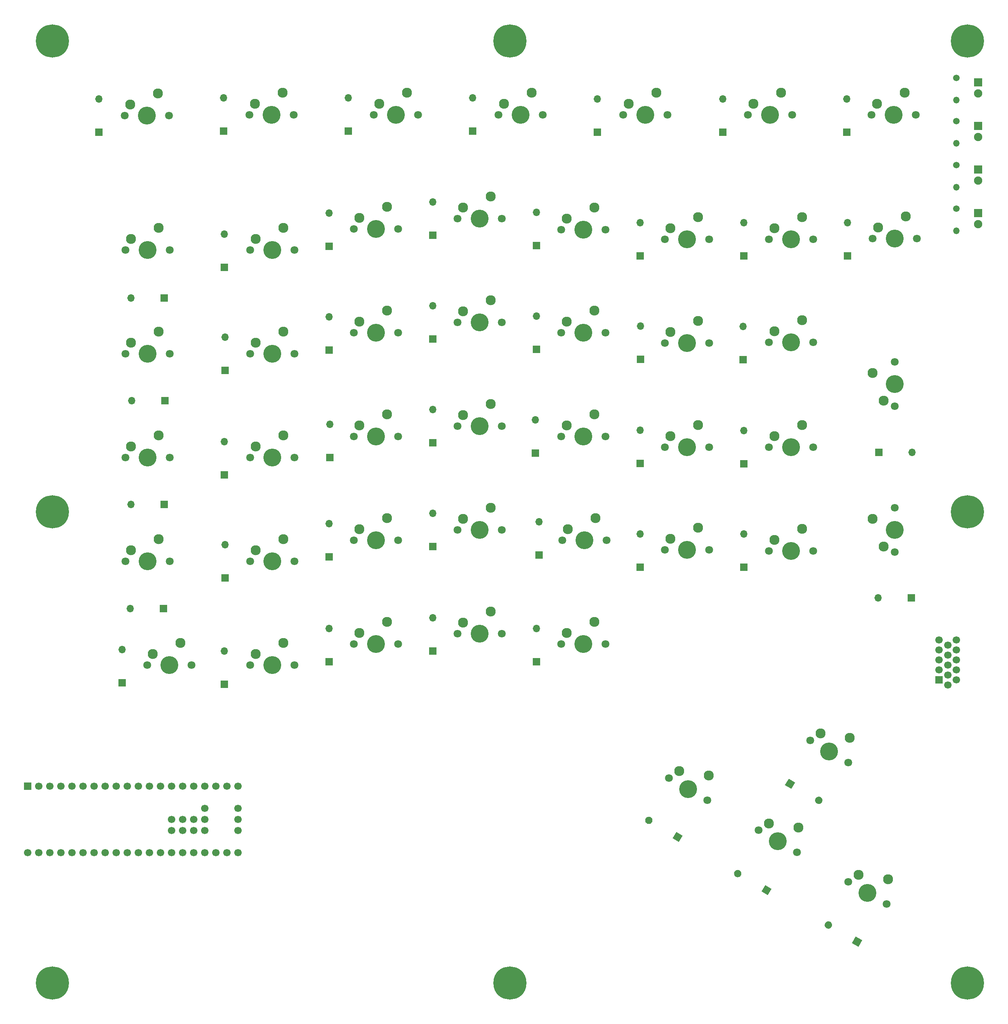
<source format=gbr>
%TF.GenerationSoftware,KiCad,Pcbnew,5.1.6-c6e7f7d~87~ubuntu20.04.1*%
%TF.CreationDate,2020-09-08T11:47:55+02:00*%
%TF.ProjectId,pcb-flat-left,7063622d-666c-4617-942d-6c6566742e6b,rev?*%
%TF.SameCoordinates,Original*%
%TF.FileFunction,Soldermask,Top*%
%TF.FilePolarity,Negative*%
%FSLAX46Y46*%
G04 Gerber Fmt 4.6, Leading zero omitted, Abs format (unit mm)*
G04 Created by KiCad (PCBNEW 5.1.6-c6e7f7d~87~ubuntu20.04.1) date 2020-09-08 11:47:55*
%MOMM*%
%LPD*%
G01*
G04 APERTURE LIST*
%ADD10C,7.600000*%
%ADD11R,1.700000X1.700000*%
%ADD12O,1.700000X1.700000*%
%ADD13C,0.100000*%
%ADD14C,1.500000*%
%ADD15O,1.500000X1.500000*%
%ADD16C,1.800000*%
%ADD17C,4.100000*%
%ADD18C,2.300000*%
%ADD19O,1.900000X1.900000*%
%ADD20R,1.900000X1.900000*%
%ADD21C,1.700000*%
G04 APERTURE END LIST*
D10*
%TO.C,H3*%
X237500000Y-50500000D03*
%TD*%
%TO.C,H8*%
X237500000Y-266500000D03*
%TD*%
%TO.C,H7*%
X132500000Y-266500000D03*
%TD*%
%TO.C,H6*%
X27500000Y-266500000D03*
%TD*%
%TO.C,H5*%
X237500000Y-158500000D03*
%TD*%
%TO.C,H4*%
X27500000Y-158500000D03*
%TD*%
%TO.C,H2*%
X132500000Y-50500000D03*
%TD*%
D11*
%TO.C,D1*%
X38200000Y-71400000D03*
D12*
X38200000Y-63780000D03*
%TD*%
D11*
%TO.C,D2*%
X53200000Y-109400000D03*
D12*
X45580000Y-109400000D03*
%TD*%
D11*
%TO.C,D3*%
X53400000Y-133000000D03*
D12*
X45780000Y-133000000D03*
%TD*%
D11*
%TO.C,D4*%
X53200000Y-156800000D03*
D12*
X45580000Y-156800000D03*
%TD*%
D11*
%TO.C,D5*%
X53000000Y-180600000D03*
D12*
X45380000Y-180600000D03*
%TD*%
%TO.C,D6*%
X43500000Y-190000000D03*
D11*
X43500000Y-197620000D03*
%TD*%
D12*
%TO.C,D7*%
X66800000Y-63580000D03*
D11*
X66800000Y-71200000D03*
%TD*%
D12*
%TO.C,D8*%
X67000000Y-94780000D03*
D11*
X67000000Y-102400000D03*
%TD*%
D12*
%TO.C,D9*%
X67200000Y-118400000D03*
D11*
X67200000Y-126020000D03*
%TD*%
D12*
%TO.C,D10*%
X67000000Y-142380000D03*
D11*
X67000000Y-150000000D03*
%TD*%
D12*
%TO.C,D11*%
X67200000Y-165980000D03*
D11*
X67200000Y-173600000D03*
%TD*%
D12*
%TO.C,D12*%
X67000000Y-190380000D03*
D11*
X67000000Y-198000000D03*
%TD*%
%TO.C,D14*%
X95400000Y-71200000D03*
D12*
X95400000Y-63580000D03*
%TD*%
%TO.C,D15*%
X91000000Y-89980000D03*
D11*
X91000000Y-97600000D03*
%TD*%
%TO.C,D16*%
X91000000Y-121400000D03*
D12*
X91000000Y-113780000D03*
%TD*%
D11*
%TO.C,D17*%
X91000000Y-168800000D03*
D12*
X91000000Y-161180000D03*
%TD*%
%TO.C,D18*%
X91200000Y-138400000D03*
D11*
X91200000Y-146020000D03*
%TD*%
D12*
%TO.C,D19*%
X91000000Y-185180000D03*
D11*
X91000000Y-192800000D03*
%TD*%
D12*
%TO.C,D20*%
X124000000Y-63580000D03*
D11*
X124000000Y-71200000D03*
%TD*%
%TO.C,D21*%
X114800000Y-95020000D03*
D12*
X114800000Y-87400000D03*
%TD*%
D11*
%TO.C,D22*%
X114800000Y-118800000D03*
D12*
X114800000Y-111180000D03*
%TD*%
%TO.C,D23*%
X114800000Y-134980000D03*
D11*
X114800000Y-142600000D03*
%TD*%
%TO.C,D24*%
X114800000Y-166400000D03*
D12*
X114800000Y-158780000D03*
%TD*%
%TO.C,D25*%
X114800000Y-182780000D03*
D11*
X114800000Y-190400000D03*
%TD*%
%TO.C,D26*%
X152600000Y-71400000D03*
D12*
X152600000Y-63780000D03*
%TD*%
D11*
%TO.C,D27*%
X138600000Y-121200000D03*
D12*
X138600000Y-113580000D03*
%TD*%
%TO.C,D28*%
X138600000Y-89780000D03*
D11*
X138600000Y-97400000D03*
%TD*%
%TO.C,D29*%
X138400000Y-145000000D03*
D12*
X138400000Y-137380000D03*
%TD*%
%TO.C,D30*%
X139200000Y-160780000D03*
D11*
X139200000Y-168400000D03*
%TD*%
%TO.C,D31*%
X138600000Y-192820000D03*
D12*
X138600000Y-185200000D03*
%TD*%
%TO.C,D32*%
X181400000Y-63780000D03*
D11*
X181400000Y-71400000D03*
%TD*%
%TO.C,D33*%
X162400000Y-99800000D03*
D12*
X162400000Y-92180000D03*
%TD*%
%TO.C,D34*%
X162500000Y-115880000D03*
D11*
X162500000Y-123500000D03*
%TD*%
%TO.C,D35*%
X162400000Y-147400000D03*
D12*
X162400000Y-139780000D03*
%TD*%
%TO.C,D36*%
X162400000Y-163580000D03*
D11*
X162400000Y-171200000D03*
%TD*%
%TO.C,D37*%
X209800000Y-71400000D03*
D12*
X209800000Y-63780000D03*
%TD*%
%TO.C,D38*%
X186200000Y-92180000D03*
D11*
X186200000Y-99800000D03*
%TD*%
%TO.C,D39*%
X186200000Y-171200000D03*
D12*
X186200000Y-163580000D03*
%TD*%
D11*
%TO.C,D40*%
X186000000Y-123600000D03*
D12*
X186000000Y-115980000D03*
%TD*%
%TO.C,D41*%
X186200000Y-139800000D03*
D11*
X186200000Y-147420000D03*
%TD*%
D12*
%TO.C,D42*%
X210000000Y-92180000D03*
D11*
X210000000Y-99800000D03*
%TD*%
%TO.C,D43*%
X217200000Y-144800000D03*
D12*
X224820000Y-144800000D03*
%TD*%
%TO.C,D44*%
X217000000Y-178200000D03*
D11*
X224620000Y-178200000D03*
%TD*%
%TO.C,D45*%
G36*
G01*
X165136008Y-229625000D02*
X165136008Y-229625000D01*
G75*
G02*
X163974886Y-229936122I-736122J425000D01*
G01*
X163974886Y-229936122D01*
G75*
G02*
X163663764Y-228775000I425000J736122D01*
G01*
X163663764Y-228775000D01*
G75*
G02*
X164824886Y-228463878I736122J-425000D01*
G01*
X164824886Y-228463878D01*
G75*
G02*
X165136008Y-229625000I-425000J-736122D01*
G01*
G37*
D13*
G36*
X172160122Y-232698878D02*
G01*
X171310122Y-234171122D01*
X169837878Y-233321122D01*
X170687878Y-231848878D01*
X172160122Y-232698878D01*
G37*
%TD*%
%TO.C,D46*%
G36*
X195638878Y-221111122D02*
G01*
X196488878Y-219638878D01*
X197961122Y-220488878D01*
X197111122Y-221961122D01*
X195638878Y-221111122D01*
G37*
G36*
G01*
X202662992Y-224185000D02*
X202662992Y-224185000D01*
G75*
G02*
X203824114Y-223873878I736122J-425000D01*
G01*
X203824114Y-223873878D01*
G75*
G02*
X204135236Y-225035000I-425000J-736122D01*
G01*
X204135236Y-225035000D01*
G75*
G02*
X202974114Y-225346122I-736122J425000D01*
G01*
X202974114Y-225346122D01*
G75*
G02*
X202662992Y-224185000I425000J736122D01*
G01*
G37*
%TD*%
%TO.C,D47*%
G36*
X192560122Y-244898878D02*
G01*
X191710122Y-246371122D01*
X190237878Y-245521122D01*
X191087878Y-244048878D01*
X192560122Y-244898878D01*
G37*
G36*
G01*
X185536008Y-241825000D02*
X185536008Y-241825000D01*
G75*
G02*
X184374886Y-242136122I-736122J425000D01*
G01*
X184374886Y-242136122D01*
G75*
G02*
X184063764Y-240975000I425000J736122D01*
G01*
X184063764Y-240975000D01*
G75*
G02*
X185224886Y-240663878I736122J-425000D01*
G01*
X185224886Y-240663878D01*
G75*
G02*
X185536008Y-241825000I-425000J-736122D01*
G01*
G37*
%TD*%
%TO.C,D48*%
G36*
G01*
X206337008Y-253615000D02*
X206337008Y-253615000D01*
G75*
G02*
X205175886Y-253926122I-736122J425000D01*
G01*
X205175886Y-253926122D01*
G75*
G02*
X204864764Y-252765000I425000J736122D01*
G01*
X204864764Y-252765000D01*
G75*
G02*
X206025886Y-252453878I736122J-425000D01*
G01*
X206025886Y-252453878D01*
G75*
G02*
X206337008Y-253615000I-425000J-736122D01*
G01*
G37*
G36*
X213361122Y-256688878D02*
G01*
X212511122Y-258161122D01*
X211038878Y-257311122D01*
X211888878Y-255838878D01*
X213361122Y-256688878D01*
G37*
%TD*%
D14*
%TO.C,R1*%
X235000000Y-59000000D03*
D15*
X235000000Y-64080000D03*
%TD*%
%TO.C,R2*%
X235000000Y-74000000D03*
D14*
X235000000Y-68920000D03*
%TD*%
D15*
%TO.C,R3*%
X235000000Y-94000000D03*
D14*
X235000000Y-88920000D03*
%TD*%
D16*
%TO.C,SW1*%
X54280000Y-67600000D03*
X44120000Y-67600000D03*
D17*
X49200000Y-67600000D03*
D18*
X45390000Y-65060000D03*
X51740000Y-62520000D03*
%TD*%
%TO.C,SW2*%
X51940000Y-93320000D03*
X45590000Y-95860000D03*
D17*
X49400000Y-98400000D03*
D16*
X44320000Y-98400000D03*
X54480000Y-98400000D03*
%TD*%
D18*
%TO.C,SW3*%
X51940000Y-117120000D03*
X45590000Y-119660000D03*
D17*
X49400000Y-122200000D03*
D16*
X44320000Y-122200000D03*
X54480000Y-122200000D03*
%TD*%
%TO.C,SW4*%
X54480000Y-169800000D03*
X44320000Y-169800000D03*
D17*
X49400000Y-169800000D03*
D18*
X45590000Y-167260000D03*
X51940000Y-164720000D03*
%TD*%
D16*
%TO.C,SW5*%
X54480000Y-146000000D03*
X44320000Y-146000000D03*
D17*
X49400000Y-146000000D03*
D18*
X45590000Y-143460000D03*
X51940000Y-140920000D03*
%TD*%
%TO.C,SW6*%
X56940000Y-188520000D03*
X50590000Y-191060000D03*
D17*
X54400000Y-193600000D03*
D16*
X49320000Y-193600000D03*
X59480000Y-193600000D03*
%TD*%
D18*
%TO.C,SW7*%
X80340000Y-62320000D03*
X73990000Y-64860000D03*
D17*
X77800000Y-67400000D03*
D16*
X72720000Y-67400000D03*
X82880000Y-67400000D03*
%TD*%
D18*
%TO.C,SW8*%
X80540000Y-93320000D03*
X74190000Y-95860000D03*
D17*
X78000000Y-98400000D03*
D16*
X72920000Y-98400000D03*
X83080000Y-98400000D03*
%TD*%
%TO.C,SW9*%
X83080000Y-122200000D03*
X72920000Y-122200000D03*
D17*
X78000000Y-122200000D03*
D18*
X74190000Y-119660000D03*
X80540000Y-117120000D03*
%TD*%
%TO.C,SW10*%
X80540000Y-164720000D03*
X74190000Y-167260000D03*
D17*
X78000000Y-169800000D03*
D16*
X72920000Y-169800000D03*
X83080000Y-169800000D03*
%TD*%
D18*
%TO.C,SW11*%
X80540000Y-140920000D03*
X74190000Y-143460000D03*
D17*
X78000000Y-146000000D03*
D16*
X72920000Y-146000000D03*
X83080000Y-146000000D03*
%TD*%
%TO.C,SW12*%
X83080000Y-193600000D03*
X72920000Y-193600000D03*
D17*
X78000000Y-193600000D03*
D18*
X74190000Y-191060000D03*
X80540000Y-188520000D03*
%TD*%
D16*
%TO.C,SW13*%
X111480000Y-67400000D03*
X101320000Y-67400000D03*
D17*
X106400000Y-67400000D03*
D18*
X102590000Y-64860000D03*
X108940000Y-62320000D03*
%TD*%
D16*
%TO.C,SW14*%
X106880000Y-93600000D03*
X96720000Y-93600000D03*
D17*
X101800000Y-93600000D03*
D18*
X97990000Y-91060000D03*
X104340000Y-88520000D03*
%TD*%
%TO.C,SW15*%
X104340000Y-112320000D03*
X97990000Y-114860000D03*
D17*
X101800000Y-117400000D03*
D16*
X96720000Y-117400000D03*
X106880000Y-117400000D03*
%TD*%
%TO.C,SW16*%
X106880000Y-165000000D03*
X96720000Y-165000000D03*
D17*
X101800000Y-165000000D03*
D18*
X97990000Y-162460000D03*
X104340000Y-159920000D03*
%TD*%
D16*
%TO.C,SW17*%
X106880000Y-141200000D03*
X96720000Y-141200000D03*
D17*
X101800000Y-141200000D03*
D18*
X97990000Y-138660000D03*
X104340000Y-136120000D03*
%TD*%
%TO.C,SW18*%
X104340000Y-183720000D03*
X97990000Y-186260000D03*
D17*
X101800000Y-188800000D03*
D16*
X96720000Y-188800000D03*
X106880000Y-188800000D03*
%TD*%
D18*
%TO.C,SW19*%
X137540000Y-62320000D03*
X131190000Y-64860000D03*
D17*
X135000000Y-67400000D03*
D16*
X129920000Y-67400000D03*
X140080000Y-67400000D03*
%TD*%
D18*
%TO.C,SW20*%
X128140000Y-86120000D03*
X121790000Y-88660000D03*
D17*
X125600000Y-91200000D03*
D16*
X120520000Y-91200000D03*
X130680000Y-91200000D03*
%TD*%
%TO.C,SW21*%
X130680000Y-115000000D03*
X120520000Y-115000000D03*
D17*
X125600000Y-115000000D03*
D18*
X121790000Y-112460000D03*
X128140000Y-109920000D03*
%TD*%
%TO.C,SW22*%
X128140000Y-157520000D03*
X121790000Y-160060000D03*
D17*
X125600000Y-162600000D03*
D16*
X120520000Y-162600000D03*
X130680000Y-162600000D03*
%TD*%
D18*
%TO.C,SW23*%
X128140000Y-133720000D03*
X121790000Y-136260000D03*
D17*
X125600000Y-138800000D03*
D16*
X120520000Y-138800000D03*
X130680000Y-138800000D03*
%TD*%
%TO.C,SW24*%
X130680000Y-186400000D03*
X120520000Y-186400000D03*
D17*
X125600000Y-186400000D03*
D18*
X121790000Y-183860000D03*
X128140000Y-181320000D03*
%TD*%
D16*
%TO.C,SW25*%
X168680000Y-67400000D03*
X158520000Y-67400000D03*
D17*
X163600000Y-67400000D03*
D18*
X159790000Y-64860000D03*
X166140000Y-62320000D03*
%TD*%
%TO.C,SW26*%
X151940000Y-88720000D03*
X145590000Y-91260000D03*
D17*
X149400000Y-93800000D03*
D16*
X144320000Y-93800000D03*
X154480000Y-93800000D03*
%TD*%
D18*
%TO.C,SW27*%
X151940000Y-112320000D03*
X145590000Y-114860000D03*
D17*
X149400000Y-117400000D03*
D16*
X144320000Y-117400000D03*
X154480000Y-117400000D03*
%TD*%
D18*
%TO.C,SW28*%
X152140000Y-159920000D03*
X145790000Y-162460000D03*
D17*
X149600000Y-165000000D03*
D16*
X144520000Y-165000000D03*
X154680000Y-165000000D03*
%TD*%
%TO.C,SW29*%
X154480000Y-141200000D03*
X144320000Y-141200000D03*
D17*
X149400000Y-141200000D03*
D18*
X145590000Y-138660000D03*
X151940000Y-136120000D03*
%TD*%
%TO.C,SW30*%
X151940000Y-183720000D03*
X145590000Y-186260000D03*
D17*
X149400000Y-188800000D03*
D16*
X144320000Y-188800000D03*
X154480000Y-188800000D03*
%TD*%
D18*
%TO.C,SW31*%
X194740000Y-62320000D03*
X188390000Y-64860000D03*
D17*
X192200000Y-67400000D03*
D16*
X187120000Y-67400000D03*
X197280000Y-67400000D03*
%TD*%
D18*
%TO.C,SW32*%
X175740000Y-90920000D03*
X169390000Y-93460000D03*
D17*
X173200000Y-96000000D03*
D16*
X168120000Y-96000000D03*
X178280000Y-96000000D03*
%TD*%
%TO.C,SW33*%
X178280000Y-119800000D03*
X168120000Y-119800000D03*
D17*
X173200000Y-119800000D03*
D18*
X169390000Y-117260000D03*
X175740000Y-114720000D03*
%TD*%
%TO.C,SW34*%
X175740000Y-162120000D03*
X169390000Y-164660000D03*
D17*
X173200000Y-167200000D03*
D16*
X168120000Y-167200000D03*
X178280000Y-167200000D03*
%TD*%
D18*
%TO.C,SW35*%
X175740000Y-138520000D03*
X169390000Y-141060000D03*
D17*
X173200000Y-143600000D03*
D16*
X168120000Y-143600000D03*
X178280000Y-143600000D03*
%TD*%
%TO.C,SW36*%
X225680000Y-67400000D03*
X215520000Y-67400000D03*
D17*
X220600000Y-67400000D03*
D18*
X216790000Y-64860000D03*
X223140000Y-62320000D03*
%TD*%
D16*
%TO.C,SW37*%
X202080000Y-96000000D03*
X191920000Y-96000000D03*
D17*
X197000000Y-96000000D03*
D18*
X193190000Y-93460000D03*
X199540000Y-90920000D03*
%TD*%
D16*
%TO.C,SW38*%
X202080000Y-119600000D03*
X191920000Y-119600000D03*
D17*
X197000000Y-119600000D03*
D18*
X193190000Y-117060000D03*
X199540000Y-114520000D03*
%TD*%
D16*
%TO.C,SW39*%
X202080000Y-167400000D03*
X191920000Y-167400000D03*
D17*
X197000000Y-167400000D03*
D18*
X193190000Y-164860000D03*
X199540000Y-162320000D03*
%TD*%
D16*
%TO.C,SW40*%
X202080000Y-143600000D03*
X191920000Y-143600000D03*
D17*
X197000000Y-143600000D03*
D18*
X193190000Y-141060000D03*
X199540000Y-138520000D03*
%TD*%
%TO.C,SW41*%
X223340000Y-90720000D03*
X216990000Y-93260000D03*
D17*
X220800000Y-95800000D03*
D16*
X215720000Y-95800000D03*
X225880000Y-95800000D03*
%TD*%
D18*
%TO.C,SW42*%
X215720000Y-126660000D03*
X218260000Y-133010000D03*
D17*
X220800000Y-129200000D03*
D16*
X220800000Y-134280000D03*
X220800000Y-124120000D03*
%TD*%
%TO.C,SW43*%
X220800000Y-157520000D03*
X220800000Y-167680000D03*
D17*
X220800000Y-162600000D03*
D18*
X218260000Y-166410000D03*
X215720000Y-160060000D03*
%TD*%
D16*
%TO.C,SW44*%
X177799705Y-224540409D03*
X169000886Y-219460409D03*
D17*
X173400295Y-222000409D03*
D18*
X171370739Y-217895705D03*
X178140000Y-218871000D03*
%TD*%
D16*
%TO.C,SW45*%
X210199705Y-215940409D03*
X201400886Y-210860409D03*
D17*
X205800295Y-213400409D03*
D18*
X203770739Y-209295705D03*
X210540000Y-210271000D03*
%TD*%
%TO.C,SW46*%
X198740000Y-230871000D03*
X191970739Y-229895705D03*
D17*
X194000295Y-234000409D03*
D16*
X189600886Y-231460409D03*
X198399705Y-236540409D03*
%TD*%
%TO.C,SW47*%
X218999705Y-248340409D03*
X210200886Y-243260409D03*
D17*
X214600295Y-245800409D03*
D18*
X212570739Y-241695705D03*
X219340000Y-242671000D03*
%TD*%
D10*
%TO.C,H1*%
X27500000Y-50500000D03*
%TD*%
D19*
%TO.C,D13*%
X240000000Y-62540000D03*
D20*
X240000000Y-60000000D03*
%TD*%
%TO.C,D49*%
X240000000Y-70000000D03*
D19*
X240000000Y-72540000D03*
%TD*%
D20*
%TO.C,D50*%
X240000000Y-80000000D03*
D19*
X240000000Y-82540000D03*
%TD*%
D20*
%TO.C,D51*%
X240000000Y-90000000D03*
D19*
X240000000Y-92540000D03*
%TD*%
D14*
%TO.C,R4*%
X235000000Y-78920000D03*
D15*
X235000000Y-84000000D03*
%TD*%
D11*
%TO.C,J1*%
X231000000Y-197000000D03*
D21*
X231000000Y-194710000D03*
X231000000Y-192420000D03*
X231000000Y-190130000D03*
X231000000Y-187840000D03*
X232980000Y-198145000D03*
X232980000Y-195855000D03*
X232980000Y-193565000D03*
X232980000Y-191275000D03*
X232980000Y-188985000D03*
X234960000Y-197000000D03*
X234960000Y-194710000D03*
X234960000Y-192420000D03*
X234960000Y-190130000D03*
X234960000Y-187840000D03*
%TD*%
%TO.C,U1*%
X42190000Y-221380000D03*
X44730000Y-221380000D03*
X47270000Y-221380000D03*
X39650000Y-221380000D03*
X37110000Y-221380000D03*
X34570000Y-221380000D03*
X32030000Y-221380000D03*
X29490000Y-221380000D03*
X26950000Y-221380000D03*
X24410000Y-221380000D03*
D11*
X21870000Y-221380000D03*
D21*
X49810000Y-221380000D03*
X52350000Y-221380000D03*
X54890000Y-221380000D03*
X57430000Y-221380000D03*
X59970000Y-221380000D03*
X62510000Y-221380000D03*
X65050000Y-221380000D03*
X67590000Y-221380000D03*
X70130000Y-221380000D03*
X70130000Y-226460000D03*
X70130000Y-229000000D03*
X70130000Y-231540000D03*
X70130000Y-236620000D03*
X67590000Y-236620000D03*
X65050000Y-236620000D03*
X62510000Y-236620000D03*
X59970000Y-236620000D03*
X57430000Y-236620000D03*
X54890000Y-236620000D03*
X52350000Y-236620000D03*
X49810000Y-236620000D03*
X47270000Y-236620000D03*
X44730000Y-236620000D03*
X42190000Y-236620000D03*
X39650000Y-236620000D03*
X37110000Y-236620000D03*
X34570000Y-236620000D03*
X32030000Y-236620000D03*
X29490000Y-236620000D03*
X26950000Y-236620000D03*
X24410000Y-236620000D03*
X21870000Y-236620000D03*
X57430000Y-229000000D03*
X54890000Y-229000000D03*
X62510000Y-231540000D03*
X62510000Y-226460000D03*
X62510000Y-229000000D03*
X59970000Y-229000000D03*
X54890000Y-231540000D03*
X59970000Y-231540000D03*
X57430000Y-231540000D03*
%TD*%
M02*

</source>
